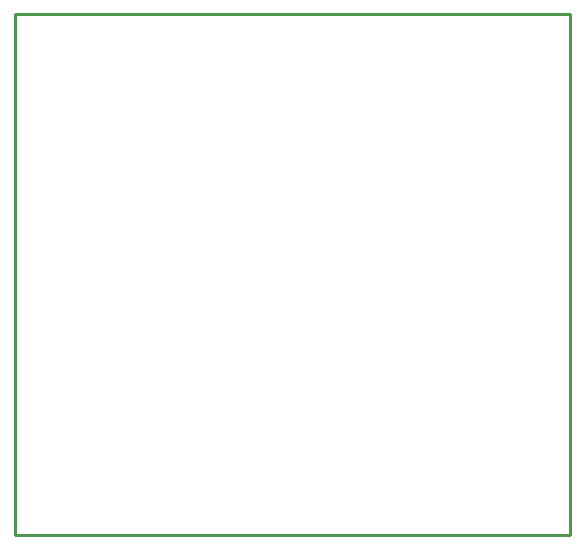
<source format=gbr>
G04 EAGLE Gerber RS-274X export*
G75*
%MOMM*%
%FSLAX34Y34*%
%LPD*%
%IN*%
%IPPOS*%
%AMOC8*
5,1,8,0,0,1.08239X$1,22.5*%
G01*
%ADD10C,0.254000*%


D10*
X304800Y139700D02*
X774500Y139700D01*
X774500Y580900D01*
X304800Y580900D01*
X304800Y139700D01*
M02*

</source>
